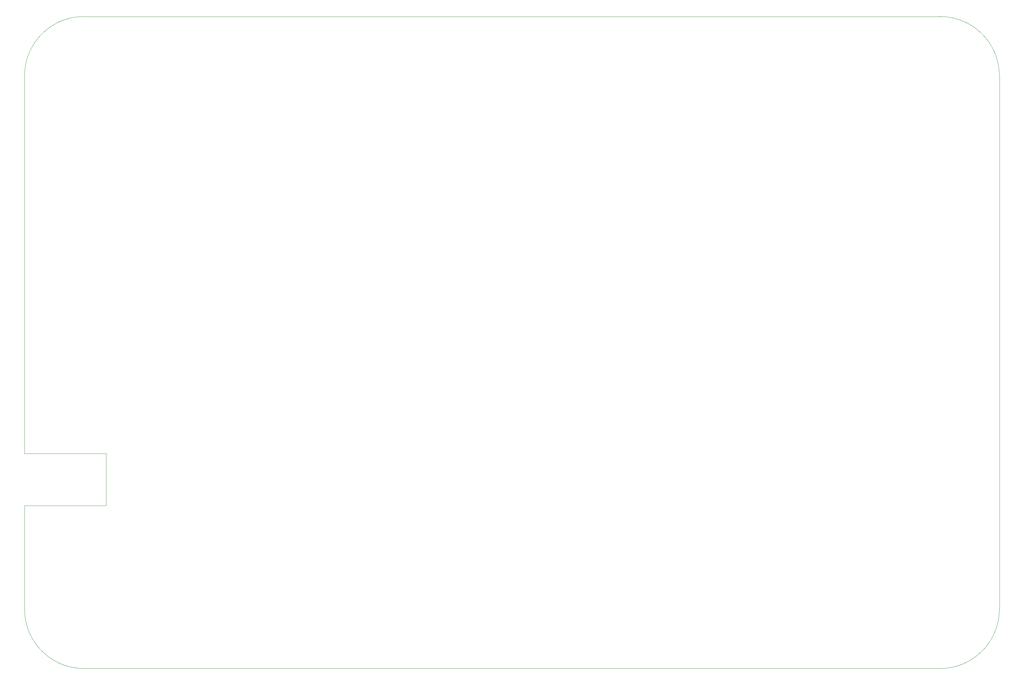
<source format=gbr>
%TF.GenerationSoftware,KiCad,Pcbnew,8.0.4*%
%TF.CreationDate,2024-09-01T11:28:24+09:00*%
%TF.ProjectId,nzx,6e7a782e-6b69-4636-9164-5f7063625858,rev?*%
%TF.SameCoordinates,Original*%
%TF.FileFunction,Profile,NP*%
%FSLAX46Y46*%
G04 Gerber Fmt 4.6, Leading zero omitted, Abs format (unit mm)*
G04 Created by KiCad (PCBNEW 8.0.4) date 2024-09-01 11:28:24*
%MOMM*%
%LPD*%
G01*
G04 APERTURE LIST*
%TA.AperFunction,Profile*%
%ADD10C,0.100000*%
%TD*%
G04 APERTURE END LIST*
D10*
X0Y-132000000D02*
X0Y-160492190D01*
X263000000Y-160000000D02*
G75*
G02*
X247000000Y-176000000I-16000000J0D01*
G01*
X263000000Y-16000000D02*
X263000000Y-160000000D01*
X0Y-118000000D02*
X22000000Y-118000000D01*
X0Y-16000000D02*
G75*
G02*
X16000000Y0I16000002J-2D01*
G01*
X22000000Y-132000000D02*
X0Y-132000000D01*
X247000000Y0D02*
G75*
G02*
X263000000Y-16000000I0J-16000000D01*
G01*
X0Y-118000000D02*
X0Y-16000000D01*
X16000000Y0D02*
X247000000Y0D01*
X15999999Y-176000000D02*
G75*
G02*
X0Y-160492190I0J16007810D01*
G01*
X16000000Y-176000000D02*
X247000000Y-176000000D01*
X22000000Y-118000000D02*
X22000000Y-132000000D01*
M02*

</source>
